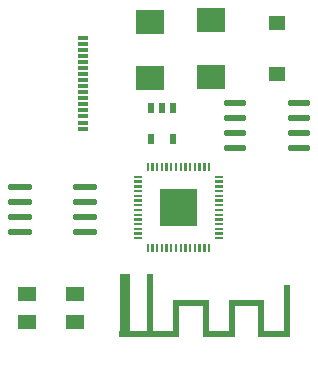
<source format=gtp>
G04 Layer: TopPasteMaskLayer*
G04 EasyEDA v6.5.38, 2023-12-01 04:26:50*
G04 a14715bac62b4674aedb9b46894eb211,1c5aeea7b1c04971ae88c05baabc065b,10*
G04 Gerber Generator version 0.2*
G04 Scale: 100 percent, Rotated: No, Reflected: No *
G04 Dimensions in millimeters *
G04 leading zeros omitted , absolute positions ,4 integer and 5 decimal *
%FSLAX45Y45*%
%MOMM*%

%AMMACRO1*21,1,$1,$2,0,0,$3*%
%ADD10R,2.4000X2.0000*%
%ADD11MACRO1,1.3599X1.2301X0.0000*%
%ADD12O,2.0450048X0.58801*%
%ADD13O,1.950212X0.5684012*%
%ADD14R,0.8500X0.3500*%
%ADD15MACRO1,0.9002X4.8999X0.0000*%
%ADD16MACRO1,0.5001X5X-90.0000*%
%ADD17MACRO1,0.5001X4.8999X0.0000*%
%ADD18MACRO1,0.4999X2.6398X0.0000*%
%ADD19MACRO1,0.4999X2X-90.0000*%
%ADD20MACRO1,0.5001X2.6401X0.0000*%
%ADD21MACRO1,0.5001X2.7X-90.0000*%
%ADD22MACRO1,0.5001X2.6398X0.0000*%
%ADD23MACRO1,0.4999X3.9398X0.0000*%
%ADD24R,0.5000X0.9000*%
%ADD25MACRO1,1.2001X1.6002X-90.0000*%
%ADD26R,1.6000X1.2000*%
%ADD27MACRO1,1.2001X1.6002X90.0000*%
%ADD28C,0.0175*%

%LPD*%
G36*
X2510586Y4531207D02*
G01*
X2510586Y4464710D01*
X2530602Y4464710D01*
X2530602Y4531207D01*
G37*
G36*
X2230577Y4531207D02*
G01*
X2230577Y4464710D01*
X2250592Y4464710D01*
X2250592Y4531207D01*
G37*
G36*
X2270607Y4531207D02*
G01*
X2270607Y4464710D01*
X2290622Y4464710D01*
X2290622Y4531207D01*
G37*
G36*
X1990598Y4531207D02*
G01*
X1990598Y4464710D01*
X2010613Y4464710D01*
X2010613Y4531207D01*
G37*
G36*
X2470607Y4531207D02*
G01*
X2470607Y4464710D01*
X2490622Y4464710D01*
X2490622Y4531207D01*
G37*
G36*
X2190597Y4531207D02*
G01*
X2190597Y4464710D01*
X2210612Y4464710D01*
X2210612Y4531207D01*
G37*
G36*
X2430576Y4531207D02*
G01*
X2430576Y4464710D01*
X2450592Y4464710D01*
X2450592Y4531207D01*
G37*
G36*
X2150567Y4531207D02*
G01*
X2150567Y4464710D01*
X2170582Y4464710D01*
X2170582Y4531207D01*
G37*
G36*
X2390597Y4531207D02*
G01*
X2390597Y4464710D01*
X2410612Y4464710D01*
X2410612Y4531207D01*
G37*
G36*
X2110587Y4531207D02*
G01*
X2110587Y4464710D01*
X2130602Y4464710D01*
X2130602Y4531207D01*
G37*
G36*
X2310587Y4531207D02*
G01*
X2310587Y4464710D01*
X2330602Y4464710D01*
X2330602Y4531207D01*
G37*
G36*
X2030577Y4531207D02*
G01*
X2030577Y4464710D01*
X2050592Y4464710D01*
X2050592Y4531207D01*
G37*
G36*
X2350566Y4531207D02*
G01*
X2350566Y4464710D01*
X2370582Y4464710D01*
X2370582Y4531207D01*
G37*
G36*
X2070607Y4531207D02*
G01*
X2070607Y4464710D01*
X2090623Y4464710D01*
X2090623Y4531207D01*
G37*
G36*
X2568092Y4588713D02*
G01*
X2568092Y4568698D01*
X2634589Y4568698D01*
X2634589Y4588713D01*
G37*
G36*
X1886610Y4588713D02*
G01*
X1886610Y4568698D01*
X1953107Y4568698D01*
X1953107Y4588713D01*
G37*
G36*
X2568092Y4628692D02*
G01*
X2568092Y4608677D01*
X2634589Y4608677D01*
X2634589Y4628692D01*
G37*
G36*
X1886610Y4628692D02*
G01*
X1886610Y4608677D01*
X1953107Y4608677D01*
X1953107Y4628692D01*
G37*
G36*
X2568092Y4668723D02*
G01*
X2568092Y4648708D01*
X2634589Y4648708D01*
X2634589Y4668723D01*
G37*
G36*
X1886610Y4668723D02*
G01*
X1886610Y4648708D01*
X1953107Y4648708D01*
X1953107Y4668723D01*
G37*
G36*
X1886610Y4708702D02*
G01*
X1886610Y4688687D01*
X1953107Y4688687D01*
X1953107Y4708702D01*
G37*
G36*
X2568092Y4708702D02*
G01*
X2568092Y4688687D01*
X2634589Y4688687D01*
X2634589Y4708702D01*
G37*
G36*
X2568092Y4748682D02*
G01*
X2568092Y4728667D01*
X2634589Y4728667D01*
X2634589Y4748682D01*
G37*
G36*
X1886610Y4748682D02*
G01*
X1886610Y4728667D01*
X1953107Y4728667D01*
X1953107Y4748682D01*
G37*
G36*
X2568092Y4788712D02*
G01*
X2568092Y4768697D01*
X2634589Y4768697D01*
X2634589Y4788712D01*
G37*
G36*
X1886610Y4788712D02*
G01*
X1886610Y4768697D01*
X1953107Y4768697D01*
X1953107Y4788712D01*
G37*
G36*
X2568092Y4828692D02*
G01*
X2568092Y4808677D01*
X2634589Y4808677D01*
X2634589Y4828692D01*
G37*
G36*
X1886610Y4828692D02*
G01*
X1886610Y4808677D01*
X1953107Y4808677D01*
X1953107Y4828692D01*
G37*
G36*
X2568092Y4868722D02*
G01*
X2568092Y4848707D01*
X2634589Y4848707D01*
X2634589Y4868722D01*
G37*
G36*
X1886610Y4868722D02*
G01*
X1886610Y4848707D01*
X1953107Y4848707D01*
X1953107Y4868722D01*
G37*
G36*
X2568092Y4908702D02*
G01*
X2568092Y4888687D01*
X2634589Y4888687D01*
X2634589Y4908702D01*
G37*
G36*
X1886610Y4908702D02*
G01*
X1886610Y4888687D01*
X1953107Y4888687D01*
X1953107Y4908702D01*
G37*
G36*
X2568092Y4948682D02*
G01*
X2568092Y4928666D01*
X2634589Y4928666D01*
X2634589Y4948682D01*
G37*
G36*
X1886610Y4948682D02*
G01*
X1886610Y4928666D01*
X1953107Y4928666D01*
X1953107Y4948682D01*
G37*
G36*
X1886610Y4988712D02*
G01*
X1886610Y4968697D01*
X1953107Y4968697D01*
X1953107Y4988712D01*
G37*
G36*
X2568092Y4988712D02*
G01*
X2568092Y4968697D01*
X2634589Y4968697D01*
X2634589Y4988712D01*
G37*
G36*
X2568092Y5028692D02*
G01*
X2568092Y5008676D01*
X2634589Y5008676D01*
X2634589Y5028692D01*
G37*
G36*
X1886610Y5028692D02*
G01*
X1886610Y5008676D01*
X1953107Y5008676D01*
X1953107Y5028692D01*
G37*
G36*
X2568092Y5068722D02*
G01*
X2568092Y5048707D01*
X2634589Y5048707D01*
X2634589Y5068722D01*
G37*
G36*
X1886610Y5068722D02*
G01*
X1886610Y5048707D01*
X1953107Y5048707D01*
X1953107Y5068722D01*
G37*
G36*
X2568092Y5108702D02*
G01*
X2568092Y5088686D01*
X2634589Y5088686D01*
X2634589Y5108702D01*
G37*
G36*
X1886610Y5108702D02*
G01*
X1886610Y5088686D01*
X1953107Y5088686D01*
X1953107Y5108702D01*
G37*
G36*
X1990598Y5212689D02*
G01*
X1990598Y5146192D01*
X2010613Y5146192D01*
X2010613Y5212689D01*
G37*
G36*
X2270607Y5212689D02*
G01*
X2270607Y5146192D01*
X2290622Y5146192D01*
X2290622Y5212689D01*
G37*
G36*
X2230577Y5212689D02*
G01*
X2230577Y5146192D01*
X2250592Y5146192D01*
X2250592Y5212689D01*
G37*
G36*
X2510586Y5212689D02*
G01*
X2510586Y5146192D01*
X2530602Y5146192D01*
X2530602Y5212689D01*
G37*
G36*
X2030577Y5212689D02*
G01*
X2030577Y5146192D01*
X2050592Y5146192D01*
X2050592Y5212689D01*
G37*
G36*
X2310587Y5212689D02*
G01*
X2310587Y5146192D01*
X2330602Y5146192D01*
X2330602Y5212689D01*
G37*
G36*
X2070607Y5212689D02*
G01*
X2070607Y5146192D01*
X2090623Y5146192D01*
X2090623Y5212689D01*
G37*
G36*
X2350566Y5212689D02*
G01*
X2350566Y5146192D01*
X2370582Y5146192D01*
X2370582Y5212689D01*
G37*
G36*
X2110587Y5212689D02*
G01*
X2110587Y5146192D01*
X2130602Y5146192D01*
X2130602Y5212689D01*
G37*
G36*
X2390597Y5212689D02*
G01*
X2390597Y5146192D01*
X2410612Y5146192D01*
X2410612Y5212689D01*
G37*
G36*
X2190597Y5212689D02*
G01*
X2190597Y5146192D01*
X2210612Y5146192D01*
X2210612Y5212689D01*
G37*
G36*
X2470607Y5212689D02*
G01*
X2470607Y5146192D01*
X2490622Y5146192D01*
X2490622Y5212689D01*
G37*
G36*
X2150567Y5212689D02*
G01*
X2150567Y5146192D01*
X2170582Y5146192D01*
X2170582Y5212689D01*
G37*
G36*
X2430576Y5212689D02*
G01*
X2430576Y5146192D01*
X2450592Y5146192D01*
X2450592Y5212689D01*
G37*
G36*
X2100580Y4998669D02*
G01*
X2100580Y4678680D01*
X2420569Y4678680D01*
X2420569Y4998669D01*
G37*
D10*
G01*
X2019300Y6412204D03*
G01*
X2019300Y5932220D03*
G01*
X2540000Y6424904D03*
G01*
X2540000Y5944920D03*
D11*
G01*
X3098800Y5966396D03*
G01*
X3098800Y6403403D03*
D12*
G01*
X916559Y5016500D03*
G01*
X916559Y4889500D03*
G01*
X916559Y4762500D03*
G01*
X916559Y4635500D03*
G01*
X1471040Y5016500D03*
G01*
X1471040Y4889500D03*
G01*
X1471040Y4762500D03*
G01*
X1471040Y4635500D03*
D13*
G01*
X2739390Y5727700D03*
G01*
X2739390Y5600700D03*
G01*
X2739390Y5473700D03*
G01*
X2739390Y5346700D03*
G01*
X3280409Y5727700D03*
G01*
X3280409Y5600700D03*
G01*
X3280409Y5473700D03*
G01*
X3280409Y5346700D03*
D14*
G01*
X1455064Y5817819D03*
G01*
X1455038Y5767806D03*
G01*
X1455038Y5717794D03*
G01*
X1455038Y5662803D03*
G01*
X1455038Y5612815D03*
G01*
X1455038Y5557799D03*
G01*
X1455038Y5507812D03*
G01*
X1455038Y5867806D03*
G01*
X1455038Y5917793D03*
G01*
X1455038Y5967806D03*
G01*
X1455038Y6017793D03*
G01*
X1455038Y6067805D03*
G01*
X1455038Y6122796D03*
G01*
X1455038Y6172809D03*
G01*
X1455038Y6227800D03*
G01*
X1455038Y6277813D03*
D15*
G01*
X1810283Y4034904D03*
D16*
G01*
X2015274Y3764902D03*
D17*
G01*
X2020277Y4034904D03*
D18*
G01*
X2240280Y3921899D03*
D19*
G01*
X2365273Y4028897D03*
D20*
G01*
X2490304Y3921886D03*
D21*
G01*
X2600274Y3764902D03*
D22*
G01*
X2710319Y3921874D03*
D19*
G01*
X2835325Y4028897D03*
D22*
G01*
X2960306Y3921874D03*
D21*
G01*
X3070275Y3764902D03*
D23*
G01*
X3180283Y3986898D03*
D24*
G01*
X2215895Y5679897D03*
G01*
X2120900Y5679897D03*
G01*
X2025904Y5679897D03*
G01*
X2025904Y5419902D03*
G01*
X2215895Y5419902D03*
D25*
G01*
X1381099Y4107802D03*
G01*
X981100Y4107802D03*
D26*
G01*
X981100Y3867810D03*
D27*
G01*
X1381099Y3867797D03*
M02*

</source>
